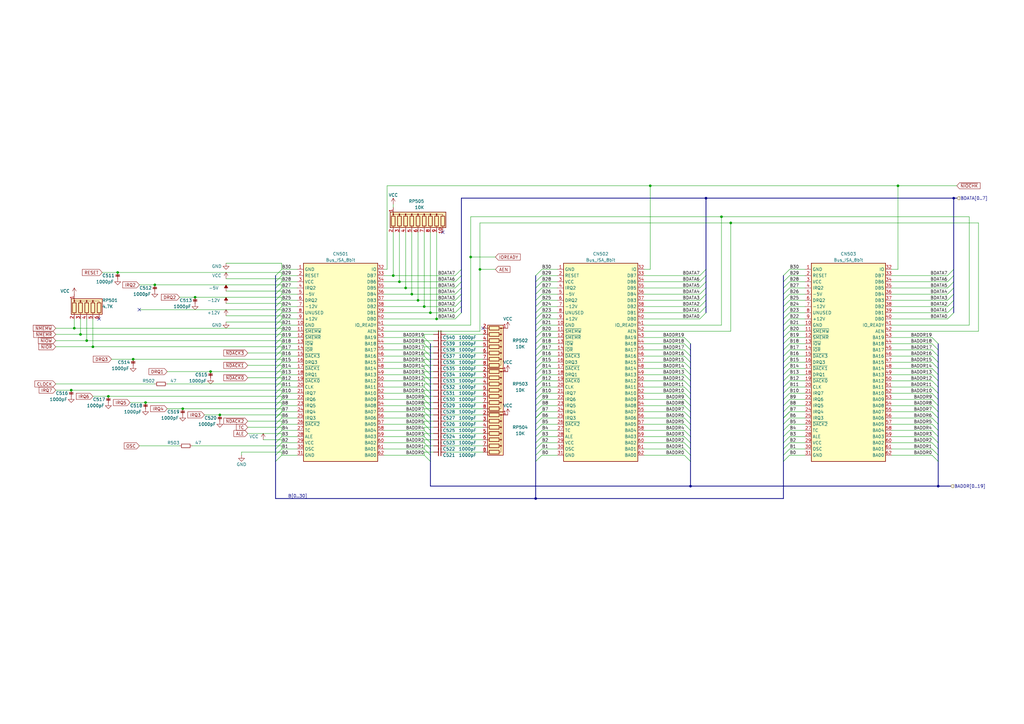
<source format=kicad_sch>
(kicad_sch (version 20230121) (generator eeschema)
  (paper "A3")
  (title_block (title "Commodore PC10/CA") (rev "C") (comment 1 "312626") (comment 2 "EXPANSION (ISA)"))
  (junction (at 368.3 76.2))
  (junction (at 179.07 130.81))
  (junction (at 266.7 76.2))
  (junction (at 29.21 160.02))
  (junction (at 59.69 165.1))
  (junction (at 38.1 142.24))
  (junction (at 196.85 110.49))
  (junction (at 161.29 113.03))
  (junction (at 54.61 147.32))
  (junction (at 295.91 88.9))
  (junction (at 44.45 162.56))
  (junction (at 166.37 118.11))
  (junction (at 48.26 111.76))
  (junction (at 173.99 125.73))
  (junction (at 86.36 152.4))
  (junction (at 163.83 115.57))
  (junction (at 80.01 121.92))
  (junction (at 171.45 123.19))
  (junction (at 33.02 137.16))
  (junction (at 391.16 81.28))
  (junction (at 176.53 128.27))
  (junction (at 30.48 134.62))
  (junction (at 74.93 167.64))
  (junction (at 219.71 204.47))
  (junction (at 90.17 170.18))
  (junction (at 384.81 199.39))
  (junction (at 289.56 81.28))
  (junction (at 35.56 139.7))
  (junction (at 193.04 105.41))
  (junction (at 63.5 116.84))
  (junction (at 168.91 120.65))
  (junction (at 283.21 199.39))
  (junction (at 299.72 91.44))
  (no_connect (at 198.12 134.62))
  (no_connect (at 181.61 95.25))
  (no_connect (at 57.15 127))
  (no_connect (at 40.64 130.81))
  (bus_entry (at 222.25 181.61) (size -2.54 2.54))
  (bus_entry (at 384.81 186.69) (size -2.54 -2.54))
  (bus_entry (at 222.25 120.65) (size -2.54 2.54))
  (bus_entry (at 384.81 161.29) (size -2.54 -2.54))
  (bus_entry (at 388.62 113.03) (size 2.54 -2.54))
  (bus_entry (at 323.85 148.59) (size -2.54 2.54))
  (bus_entry (at 115.57 163.83) (size -2.54 2.54))
  (bus_entry (at 287.02 125.73) (size 2.54 -2.54))
  (bus_entry (at 222.25 168.91) (size -2.54 2.54))
  (bus_entry (at 384.81 158.75) (size -2.54 -2.54))
  (bus_entry (at 115.57 146.05) (size -2.54 2.54))
  (bus_entry (at 388.62 120.65) (size 2.54 -2.54))
  (bus_entry (at 283.21 146.05) (size -2.54 -2.54))
  (bus_entry (at 176.53 140.97) (size -2.54 -2.54))
  (bus_entry (at 323.85 176.53) (size -2.54 2.54))
  (bus_entry (at 323.85 168.91) (size -2.54 2.54))
  (bus_entry (at 115.57 186.69) (size -2.54 2.54))
  (bus_entry (at 186.69 115.57) (size 2.54 -2.54))
  (bus_entry (at 323.85 110.49) (size -2.54 2.54))
  (bus_entry (at 222.25 146.05) (size -2.54 2.54))
  (bus_entry (at 222.25 163.83) (size -2.54 2.54))
  (bus_entry (at 283.21 184.15) (size -2.54 -2.54))
  (bus_entry (at 186.69 118.11) (size 2.54 -2.54))
  (bus_entry (at 186.69 130.81) (size 2.54 -2.54))
  (bus_entry (at 287.02 115.57) (size 2.54 -2.54))
  (bus_entry (at 115.57 148.59) (size -2.54 2.54))
  (bus_entry (at 115.57 143.51) (size -2.54 2.54))
  (bus_entry (at 283.21 173.99) (size -2.54 -2.54))
  (bus_entry (at 283.21 140.97) (size -2.54 -2.54))
  (bus_entry (at 323.85 130.81) (size -2.54 2.54))
  (bus_entry (at 384.81 181.61) (size -2.54 -2.54))
  (bus_entry (at 323.85 133.35) (size -2.54 2.54))
  (bus_entry (at 323.85 146.05) (size -2.54 2.54))
  (bus_entry (at 176.53 168.91) (size -2.54 -2.54))
  (bus_entry (at 222.25 153.67) (size -2.54 2.54))
  (bus_entry (at 176.53 161.29) (size -2.54 -2.54))
  (bus_entry (at 222.25 123.19) (size -2.54 2.54))
  (bus_entry (at 323.85 123.19) (size -2.54 2.54))
  (bus_entry (at 287.02 130.81) (size 2.54 -2.54))
  (bus_entry (at 323.85 161.29) (size -2.54 2.54))
  (bus_entry (at 115.57 179.07) (size -2.54 2.54))
  (bus_entry (at 222.25 128.27) (size -2.54 2.54))
  (bus_entry (at 283.21 143.51) (size -2.54 -2.54))
  (bus_entry (at 384.81 166.37) (size -2.54 -2.54))
  (bus_entry (at 115.57 113.03) (size -2.54 2.54))
  (bus_entry (at 115.57 115.57) (size -2.54 2.54))
  (bus_entry (at 384.81 156.21) (size -2.54 -2.54))
  (bus_entry (at 287.02 113.03) (size 2.54 -2.54))
  (bus_entry (at 115.57 166.37) (size -2.54 2.54))
  (bus_entry (at 115.57 161.29) (size -2.54 2.54))
  (bus_entry (at 186.69 120.65) (size 2.54 -2.54))
  (bus_entry (at 115.57 138.43) (size -2.54 2.54))
  (bus_entry (at 222.25 171.45) (size -2.54 2.54))
  (bus_entry (at 115.57 184.15) (size -2.54 2.54))
  (bus_entry (at 283.21 161.29) (size -2.54 -2.54))
  (bus_entry (at 115.57 118.11) (size -2.54 2.54))
  (bus_entry (at 222.25 151.13) (size -2.54 2.54))
  (bus_entry (at 115.57 173.99) (size -2.54 2.54))
  (bus_entry (at 323.85 186.69) (size -2.54 2.54))
  (bus_entry (at 323.85 113.03) (size -2.54 2.54))
  (bus_entry (at 222.25 176.53) (size -2.54 2.54))
  (bus_entry (at 283.21 179.07) (size -2.54 -2.54))
  (bus_entry (at 323.85 135.89) (size -2.54 2.54))
  (bus_entry (at 384.81 189.23) (size -2.54 -2.54))
  (bus_entry (at 222.25 184.15) (size -2.54 2.54))
  (bus_entry (at 283.21 176.53) (size -2.54 -2.54))
  (bus_entry (at 115.57 181.61) (size -2.54 2.54))
  (bus_entry (at 222.25 166.37) (size -2.54 2.54))
  (bus_entry (at 323.85 153.67) (size -2.54 2.54))
  (bus_entry (at 115.57 125.73) (size -2.54 2.54))
  (bus_entry (at 176.53 148.59) (size -2.54 -2.54))
  (bus_entry (at 115.57 128.27) (size -2.54 2.54))
  (bus_entry (at 176.53 181.61) (size -2.54 -2.54))
  (bus_entry (at 283.21 153.67) (size -2.54 -2.54))
  (bus_entry (at 384.81 176.53) (size -2.54 -2.54))
  (bus_entry (at 115.57 156.21) (size -2.54 2.54))
  (bus_entry (at 283.21 156.21) (size -2.54 -2.54))
  (bus_entry (at 323.85 128.27) (size -2.54 2.54))
  (bus_entry (at 388.62 118.11) (size 2.54 -2.54))
  (bus_entry (at 176.53 189.23) (size -2.54 -2.54))
  (bus_entry (at 115.57 168.91) (size -2.54 2.54))
  (bus_entry (at 283.21 181.61) (size -2.54 -2.54))
  (bus_entry (at 388.62 130.81) (size 2.54 -2.54))
  (bus_entry (at 287.02 120.65) (size 2.54 -2.54))
  (bus_entry (at 115.57 171.45) (size -2.54 2.54))
  (bus_entry (at 222.25 138.43) (size -2.54 2.54))
  (bus_entry (at 115.57 123.19) (size -2.54 2.54))
  (bus_entry (at 283.21 166.37) (size -2.54 -2.54))
  (bus_entry (at 222.25 113.03) (size -2.54 2.54))
  (bus_entry (at 388.62 125.73) (size 2.54 -2.54))
  (bus_entry (at 222.25 135.89) (size -2.54 2.54))
  (bus_entry (at 323.85 115.57) (size -2.54 2.54))
  (bus_entry (at 323.85 140.97) (size -2.54 2.54))
  (bus_entry (at 283.21 151.13) (size -2.54 -2.54))
  (bus_entry (at 283.21 186.69) (size -2.54 -2.54))
  (bus_entry (at 222.25 186.69) (size -2.54 2.54))
  (bus_entry (at 115.57 158.75) (size -2.54 2.54))
  (bus_entry (at 176.53 173.99) (size -2.54 -2.54))
  (bus_entry (at 222.25 161.29) (size -2.54 2.54))
  (bus_entry (at 222.25 179.07) (size -2.54 2.54))
  (bus_entry (at 384.81 146.05) (size -2.54 -2.54))
  (bus_entry (at 323.85 171.45) (size -2.54 2.54))
  (bus_entry (at 115.57 110.49) (size -2.54 2.54))
  (bus_entry (at 176.53 166.37) (size -2.54 -2.54))
  (bus_entry (at 176.53 156.21) (size -2.54 -2.54))
  (bus_entry (at 323.85 156.21) (size -2.54 2.54))
  (bus_entry (at 222.25 168.91) (size -2.54 2.54))
  (bus_entry (at 176.53 163.83) (size -2.54 -2.54))
  (bus_entry (at 115.57 130.81) (size -2.54 2.54))
  (bus_entry (at 323.85 143.51) (size -2.54 2.54))
  (bus_entry (at 115.57 133.35) (size -2.54 2.54))
  (bus_entry (at 115.57 135.89) (size -2.54 2.54))
  (bus_entry (at 176.53 153.67) (size -2.54 -2.54))
  (bus_entry (at 186.69 128.27) (size 2.54 -2.54))
  (bus_entry (at 323.85 120.65) (size -2.54 2.54))
  (bus_entry (at 323.85 138.43) (size -2.54 2.54))
  (bus_entry (at 384.81 153.67) (size -2.54 -2.54))
  (bus_entry (at 388.62 115.57) (size 2.54 -2.54))
  (bus_entry (at 115.57 140.97) (size -2.54 2.54))
  (bus_entry (at 323.85 184.15) (size -2.54 2.54))
  (bus_entry (at 323.85 151.13) (size -2.54 2.54))
  (bus_entry (at 176.53 176.53) (size -2.54 -2.54))
  (bus_entry (at 222.25 156.21) (size -2.54 2.54))
  (bus_entry (at 287.02 123.19) (size 2.54 -2.54))
  (bus_entry (at 384.81 173.99) (size -2.54 -2.54))
  (bus_entry (at 283.21 163.83) (size -2.54 -2.54))
  (bus_entry (at 384.81 168.91) (size -2.54 -2.54))
  (bus_entry (at 388.62 128.27) (size 2.54 -2.54))
  (bus_entry (at 222.25 143.51) (size -2.54 2.54))
  (bus_entry (at 176.53 171.45) (size -2.54 -2.54))
  (bus_entry (at 176.53 184.15) (size -2.54 -2.54))
  (bus_entry (at 222.25 118.11) (size -2.54 2.54))
  (bus_entry (at 222.25 173.99) (size -2.54 2.54))
  (bus_entry (at 186.69 123.19) (size 2.54 -2.54))
  (bus_entry (at 283.21 168.91) (size -2.54 -2.54))
  (bus_entry (at 176.53 143.51) (size -2.54 -2.54))
  (bus_entry (at 176.53 146.05) (size -2.54 -2.54))
  (bus_entry (at 222.25 140.97) (size -2.54 2.54))
  (bus_entry (at 323.85 163.83) (size -2.54 2.54))
  (bus_entry (at 222.25 115.57) (size -2.54 2.54))
  (bus_entry (at 176.53 158.75) (size -2.54 -2.54))
  (bus_entry (at 384.81 184.15) (size -2.54 -2.54))
  (bus_entry (at 222.25 110.49) (size -2.54 2.54))
  (bus_entry (at 115.57 168.91) (size -2.54 2.54))
  (bus_entry (at 287.02 128.27) (size 2.54 -2.54))
  (bus_entry (at 283.21 189.23) (size -2.54 -2.54))
  (bus_entry (at 384.81 179.07) (size -2.54 -2.54))
  (bus_entry (at 222.25 130.81) (size -2.54 2.54))
  (bus_entry (at 222.25 158.75) (size -2.54 2.54))
  (bus_entry (at 176.53 151.13) (size -2.54 -2.54))
  (bus_entry (at 176.53 186.69) (size -2.54 -2.54))
  (bus_entry (at 323.85 125.73) (size -2.54 2.54))
  (bus_entry (at 388.62 123.19) (size 2.54 -2.54))
  (bus_entry (at 283.21 158.75) (size -2.54 -2.54))
  (bus_entry (at 176.53 179.07) (size -2.54 -2.54))
  (bus_entry (at 222.25 148.59) (size -2.54 2.54))
  (bus_entry (at 115.57 176.53) (size -2.54 2.54))
  (bus_entry (at 384.81 163.83) (size -2.54 -2.54))
  (bus_entry (at 323.85 118.11) (size -2.54 2.54))
  (bus_entry (at 186.69 113.03) (size 2.54 -2.54))
  (bus_entry (at 186.69 125.73) (size 2.54 -2.54))
  (bus_entry (at 323.85 158.75) (size -2.54 2.54))
  (bus_entry (at 384.81 151.13) (size -2.54 -2.54))
  (bus_entry (at 384.81 140.97) (size -2.54 -2.54))
  (bus_entry (at 384.81 148.59) (size -2.54 -2.54))
  (bus_entry (at 115.57 120.65) (size -2.54 2.54))
  (bus_entry (at 283.21 148.59) (size -2.54 -2.54))
  (bus_entry (at 283.21 171.45) (size -2.54 -2.54))
  (bus_entry (at 323.85 168.91) (size -2.54 2.54))
  (bus_entry (at 323.85 173.99) (size -2.54 2.54))
  (bus_entry (at 115.57 151.13) (size -2.54 2.54))
  (bus_entry (at 323.85 181.61) (size -2.54 2.54))
  (bus_entry (at 222.25 133.35) (size -2.54 2.54))
  (bus_entry (at 323.85 166.37) (size -2.54 2.54))
  (bus_entry (at 287.02 118.11) (size 2.54 -2.54))
  (bus_entry (at 384.81 171.45) (size -2.54 -2.54))
  (bus_entry (at 323.85 179.07) (size -2.54 2.54))
  (bus_entry (at 384.81 143.51) (size -2.54 -2.54))
  (bus_entry (at 115.57 153.67) (size -2.54 2.54))
  (bus_entry (at 222.25 125.73) (size -2.54 2.54))
  (wire (pts (xy 157.48 171.45) (xy 173.99 171.45)))
  (wire (pts (xy 115.57 132.08) (xy 115.57 133.35)))
  (bus (pts (xy 189.23 120.65) (xy 189.23 118.11)))
  (wire (pts (xy 222.25 171.45) (xy 228.6 171.45)))
  (bus (pts (xy 283.21 173.99) (xy 283.21 176.53)))
  (bus (pts (xy 113.03 148.59) (xy 113.03 151.13)))
  (wire (pts (xy 365.76 115.57) (xy 388.62 115.57)))
  (bus (pts (xy 176.53 179.07) (xy 176.53 181.61)))
  (bus (pts (xy 391.16 123.19) (xy 391.16 120.65)))
  (wire (pts (xy 41.91 111.76) (xy 48.26 111.76)))
  (wire (pts (xy 173.99 152.4) (xy 177.8 152.4)))
  (bus (pts (xy 113.03 140.97) (xy 113.03 143.51)))
  (wire (pts (xy 222.25 133.35) (xy 228.6 133.35)))
  (bus (pts (xy 219.71 176.53) (xy 219.71 179.07)))
  (bus (pts (xy 219.71 184.15) (xy 219.71 186.69)))
  (wire (pts (xy 115.57 128.27) (xy 121.92 128.27)))
  (wire (pts (xy 182.88 149.86) (xy 198.12 149.86)))
  (bus (pts (xy 321.31 186.69) (xy 321.31 189.23)))
  (wire (pts (xy 365.76 110.49) (xy 368.3 110.49)))
  (bus (pts (xy 219.71 204.47) (xy 321.31 204.47)))
  (wire (pts (xy 323.85 110.49) (xy 330.2 110.49)))
  (bus (pts (xy 176.53 153.67) (xy 176.53 156.21)))
  (bus (pts (xy 219.71 135.89) (xy 219.71 138.43)))
  (bus (pts (xy 384.81 156.21) (xy 384.81 158.75)))
  (wire (pts (xy 266.7 76.2) (xy 368.3 76.2)))
  (bus (pts (xy 384.81 148.59) (xy 384.81 151.13)))
  (bus (pts (xy 113.03 135.89) (xy 113.03 138.43)))
  (wire (pts (xy 22.86 134.62) (xy 30.48 134.62)))
  (bus (pts (xy 113.03 133.35) (xy 113.03 135.89)))
  (wire (pts (xy 157.48 123.19) (xy 171.45 123.19)))
  (bus (pts (xy 384.81 171.45) (xy 384.81 173.99)))
  (wire (pts (xy 173.99 146.05) (xy 173.99 144.78)))
  (bus (pts (xy 321.31 140.97) (xy 321.31 143.51)))
  (wire (pts (xy 368.3 76.2) (xy 392.43 76.2)))
  (wire (pts (xy 115.57 144.78) (xy 115.57 146.05)))
  (bus (pts (xy 113.03 123.19) (xy 113.03 125.73)))
  (bus (pts (xy 321.31 171.45) (xy 321.31 173.99)))
  (wire (pts (xy 266.7 110.49) (xy 266.7 76.2)))
  (bus (pts (xy 283.21 161.29) (xy 283.21 163.83)))
  (bus (pts (xy 189.23 125.73) (xy 189.23 123.19)))
  (bus (pts (xy 321.31 118.11) (xy 321.31 120.65)))
  (wire (pts (xy 323.85 118.11) (xy 330.2 118.11)))
  (wire (pts (xy 92.71 107.95) (xy 115.57 107.95)))
  (bus (pts (xy 219.71 181.61) (xy 219.71 184.15)))
  (bus (pts (xy 113.03 204.47) (xy 219.71 204.47)))
  (wire (pts (xy 264.16 140.97) (xy 280.67 140.97)))
  (bus (pts (xy 113.03 173.99) (xy 113.03 176.53)))
  (wire (pts (xy 264.16 120.65) (xy 287.02 120.65)))
  (bus (pts (xy 113.03 151.13) (xy 113.03 153.67)))
  (wire (pts (xy 115.57 127) (xy 115.57 128.27)))
  (wire (pts (xy 299.72 135.89) (xy 299.72 91.44)))
  (wire (pts (xy 182.88 160.02) (xy 198.12 160.02)))
  (wire (pts (xy 115.57 125.73) (xy 121.92 125.73)))
  (wire (pts (xy 157.48 118.11) (xy 166.37 118.11)))
  (wire (pts (xy 157.48 173.99) (xy 173.99 173.99)))
  (wire (pts (xy 157.48 156.21) (xy 173.99 156.21)))
  (wire (pts (xy 107.95 180.34) (xy 115.57 180.34)))
  (wire (pts (xy 115.57 161.29) (xy 121.92 161.29)))
  (wire (pts (xy 171.45 95.25) (xy 171.45 123.19)))
  (wire (pts (xy 173.99 156.21) (xy 173.99 154.94)))
  (bus (pts (xy 219.71 128.27) (xy 219.71 130.81)))
  (wire (pts (xy 54.61 147.32) (xy 115.57 147.32)))
  (wire (pts (xy 115.57 123.19) (xy 121.92 123.19)))
  (wire (pts (xy 365.76 128.27) (xy 388.62 128.27)))
  (wire (pts (xy 115.57 115.57) (xy 121.92 115.57)))
  (wire (pts (xy 101.6 144.78) (xy 115.57 144.78)))
  (bus (pts (xy 283.21 146.05) (xy 283.21 148.59)))
  (bus (pts (xy 289.56 81.28) (xy 289.56 110.49)))
  (wire (pts (xy 264.16 130.81) (xy 287.02 130.81)))
  (wire (pts (xy 323.85 184.15) (xy 330.2 184.15)))
  (wire (pts (xy 323.85 133.35) (xy 330.2 133.35)))
  (wire (pts (xy 264.16 135.89) (xy 299.72 135.89)))
  (bus (pts (xy 113.03 146.05) (xy 113.03 148.59)))
  (wire (pts (xy 196.85 110.49) (xy 203.2 110.49)))
  (wire (pts (xy 101.6 177.8) (xy 115.57 177.8)))
  (wire (pts (xy 173.99 165.1) (xy 177.8 165.1)))
  (wire (pts (xy 115.57 110.49) (xy 121.92 110.49)))
  (wire (pts (xy 264.16 171.45) (xy 280.67 171.45)))
  (wire (pts (xy 323.85 123.19) (xy 330.2 123.19)))
  (bus (pts (xy 283.21 163.83) (xy 283.21 166.37)))
  (wire (pts (xy 264.16 118.11) (xy 287.02 118.11)))
  (wire (pts (xy 168.91 120.65) (xy 186.69 120.65)))
  (wire (pts (xy 173.99 144.78) (xy 177.8 144.78)))
  (bus (pts (xy 113.03 143.51) (xy 113.03 146.05)))
  (bus (pts (xy 176.53 186.69) (xy 176.53 189.23)))
  (wire (pts (xy 365.76 176.53) (xy 382.27 176.53)))
  (wire (pts (xy 115.57 119.38) (xy 115.57 120.65)))
  (bus (pts (xy 321.31 184.15) (xy 321.31 186.69)))
  (bus (pts (xy 176.53 161.29) (xy 176.53 163.83)))
  (bus (pts (xy 189.23 118.11) (xy 189.23 115.57)))
  (wire (pts (xy 173.99 170.18) (xy 177.8 170.18)))
  (wire (pts (xy 157.48 166.37) (xy 173.99 166.37)))
  (bus (pts (xy 219.71 173.99) (xy 219.71 176.53)))
  (bus (pts (xy 219.71 113.03) (xy 219.71 115.57)))
  (wire (pts (xy 222.25 153.67) (xy 228.6 153.67)))
  (wire (pts (xy 59.69 165.1) (xy 115.57 165.1)))
  (wire (pts (xy 38.1 130.81) (xy 38.1 142.24)))
  (wire (pts (xy 182.88 182.88) (xy 198.12 182.88)))
  (wire (pts (xy 173.99 162.56) (xy 177.8 162.56)))
  (bus (pts (xy 219.71 186.69) (xy 219.71 189.23)))
  (wire (pts (xy 30.48 130.81) (xy 30.48 134.62)))
  (wire (pts (xy 53.34 165.1) (xy 59.69 165.1)))
  (wire (pts (xy 182.88 139.7) (xy 198.12 139.7)))
  (bus (pts (xy 392.43 81.28) (xy 391.16 81.28)))
  (wire (pts (xy 323.85 158.75) (xy 330.2 158.75)))
  (wire (pts (xy 101.6 149.86) (xy 115.57 149.86)))
  (wire (pts (xy 222.25 135.89) (xy 228.6 135.89)))
  (wire (pts (xy 222.25 140.97) (xy 228.6 140.97)))
  (wire (pts (xy 365.76 138.43) (xy 382.27 138.43)))
  (wire (pts (xy 92.71 129.54) (xy 115.57 129.54)))
  (wire (pts (xy 397.51 88.9) (xy 397.51 133.35)))
  (wire (pts (xy 157.48 153.67) (xy 173.99 153.67)))
  (wire (pts (xy 222.25 143.51) (xy 228.6 143.51)))
  (wire (pts (xy 157.48 146.05) (xy 173.99 146.05)))
  (bus (pts (xy 384.81 146.05) (xy 384.81 148.59)))
  (bus (pts (xy 219.71 179.07) (xy 219.71 181.61)))
  (bus (pts (xy 391.16 128.27) (xy 391.16 125.73)))
  (bus (pts (xy 189.23 81.28) (xy 189.23 110.49)))
  (wire (pts (xy 115.57 157.48) (xy 115.57 158.75)))
  (wire (pts (xy 323.85 186.69) (xy 330.2 186.69)))
  (wire (pts (xy 222.25 115.57) (xy 228.6 115.57)))
  (wire (pts (xy 48.26 111.76) (xy 115.57 111.76)))
  (wire (pts (xy 323.85 161.29) (xy 330.2 161.29)))
  (bus (pts (xy 176.53 168.91) (xy 176.53 171.45)))
  (wire (pts (xy 157.48 135.89) (xy 196.85 135.89)))
  (bus (pts (xy 219.71 161.29) (xy 219.71 163.83)))
  (wire (pts (xy 33.02 137.16) (xy 115.57 137.16)))
  (wire (pts (xy 365.76 130.81) (xy 388.62 130.81)))
  (wire (pts (xy 264.16 158.75) (xy 280.67 158.75)))
  (wire (pts (xy 173.99 161.29) (xy 173.99 160.02)))
  (wire (pts (xy 115.57 135.89) (xy 121.92 135.89)))
  (bus (pts (xy 321.31 115.57) (xy 321.31 118.11)))
  (wire (pts (xy 30.48 134.62) (xy 115.57 134.62)))
  (bus (pts (xy 321.31 148.59) (xy 321.31 151.13)))
  (bus (pts (xy 176.53 184.15) (xy 176.53 186.69)))
  (wire (pts (xy 173.99 139.7) (xy 177.8 139.7)))
  (wire (pts (xy 365.76 184.15) (xy 382.27 184.15)))
  (bus (pts (xy 384.81 158.75) (xy 384.81 161.29)))
  (bus (pts (xy 219.71 189.23) (xy 219.71 204.47)))
  (wire (pts (xy 57.15 116.84) (xy 63.5 116.84)))
  (wire (pts (xy 365.76 125.73) (xy 388.62 125.73)))
  (wire (pts (xy 63.5 116.84) (xy 115.57 116.84)))
  (bus (pts (xy 384.81 181.61) (xy 384.81 184.15)))
  (wire (pts (xy 115.57 173.99) (xy 121.92 173.99)))
  (wire (pts (xy 323.85 148.59) (xy 330.2 148.59)))
  (wire (pts (xy 35.56 130.81) (xy 35.56 139.7)))
  (wire (pts (xy 173.99 137.16) (xy 177.8 137.16)))
  (bus (pts (xy 283.21 181.61) (xy 283.21 184.15)))
  (wire (pts (xy 397.51 133.35) (xy 365.76 133.35)))
  (wire (pts (xy 173.99 176.53) (xy 173.99 175.26)))
  (bus (pts (xy 321.31 123.19) (xy 321.31 125.73)))
  (bus (pts (xy 384.81 176.53) (xy 384.81 179.07)))
  (wire (pts (xy 323.85 135.89) (xy 330.2 135.89)))
  (wire (pts (xy 173.99 154.94) (xy 177.8 154.94)))
  (wire (pts (xy 323.85 125.73) (xy 330.2 125.73)))
  (wire (pts (xy 179.07 95.25) (xy 179.07 130.81)))
  (wire (pts (xy 264.16 113.03) (xy 287.02 113.03)))
  (wire (pts (xy 222.25 168.91) (xy 228.6 168.91)))
  (bus (pts (xy 321.31 179.07) (xy 321.31 181.61)))
  (bus (pts (xy 113.03 163.83) (xy 113.03 166.37)))
  (wire (pts (xy 264.16 143.51) (xy 280.67 143.51)))
  (wire (pts (xy 157.48 186.69) (xy 173.99 186.69)))
  (bus (pts (xy 384.81 173.99) (xy 384.81 176.53)))
  (bus (pts (xy 176.53 148.59) (xy 176.53 151.13)))
  (bus (pts (xy 219.71 158.75) (xy 219.71 161.29)))
  (wire (pts (xy 35.56 139.7) (xy 115.57 139.7)))
  (wire (pts (xy 83.82 170.18) (xy 90.17 170.18)))
  (wire (pts (xy 182.88 185.42) (xy 198.12 185.42)))
  (bus (pts (xy 321.31 173.99) (xy 321.31 176.53)))
  (bus (pts (xy 189.23 110.49) (xy 189.23 113.03)))
  (wire (pts (xy 157.48 179.07) (xy 173.99 179.07)))
  (bus (pts (xy 113.03 189.23) (xy 113.03 204.47)))
  (wire (pts (xy 92.71 114.3) (xy 115.57 114.3)))
  (bus (pts (xy 289.56 118.11) (xy 289.56 115.57)))
  (wire (pts (xy 173.99 185.42) (xy 177.8 185.42)))
  (wire (pts (xy 323.85 163.83) (xy 330.2 163.83)))
  (wire (pts (xy 115.57 179.07) (xy 121.92 179.07)))
  (wire (pts (xy 115.57 154.94) (xy 115.57 156.21)))
  (wire (pts (xy 368.3 110.49) (xy 368.3 76.2)))
  (bus (pts (xy 321.31 146.05) (xy 321.31 148.59)))
  (bus (pts (xy 219.71 143.51) (xy 219.71 146.05)))
  (bus (pts (xy 219.71 148.59) (xy 219.71 151.13)))
  (wire (pts (xy 115.57 151.13) (xy 121.92 151.13)))
  (wire (pts (xy 157.48 158.75) (xy 173.99 158.75)))
  (wire (pts (xy 157.48 130.81) (xy 179.07 130.81)))
  (wire (pts (xy 264.16 146.05) (xy 280.67 146.05)))
  (bus (pts (xy 391.16 81.28) (xy 289.56 81.28)))
  (wire (pts (xy 264.16 184.15) (xy 280.67 184.15)))
  (bus (pts (xy 384.81 151.13) (xy 384.81 153.67)))
  (wire (pts (xy 115.57 163.83) (xy 121.92 163.83)))
  (bus (pts (xy 384.81 161.29) (xy 384.81 163.83)))
  (bus (pts (xy 384.81 186.69) (xy 384.81 189.23)))
  (wire (pts (xy 176.53 95.25) (xy 176.53 128.27)))
  (wire (pts (xy 99.06 185.42) (xy 99.06 186.69)))
  (wire (pts (xy 157.48 125.73) (xy 173.99 125.73)))
  (wire (pts (xy 182.88 175.26) (xy 198.12 175.26)))
  (wire (pts (xy 171.45 123.19) (xy 186.69 123.19)))
  (bus (pts (xy 384.81 199.39) (xy 389.89 199.39)))
  (wire (pts (xy 323.85 130.81) (xy 330.2 130.81)))
  (bus (pts (xy 289.56 125.73) (xy 289.56 123.19)))
  (wire (pts (xy 323.85 168.91) (xy 330.2 168.91)))
  (wire (pts (xy 222.25 138.43) (xy 228.6 138.43)))
  (wire (pts (xy 222.25 161.29) (xy 228.6 161.29)))
  (bus (pts (xy 113.03 120.65) (xy 113.03 123.19)))
  (bus (pts (xy 321.31 153.67) (xy 321.31 156.21)))
  (wire (pts (xy 401.32 135.89) (xy 365.76 135.89)))
  (wire (pts (xy 323.85 143.51) (xy 330.2 143.51)))
  (wire (pts (xy 173.99 173.99) (xy 173.99 172.72)))
  (bus (pts (xy 219.71 125.73) (xy 219.71 128.27)))
  (bus (pts (xy 219.71 123.19) (xy 219.71 125.73)))
  (wire (pts (xy 57.15 182.88) (xy 73.66 182.88)))
  (wire (pts (xy 22.86 139.7) (xy 35.56 139.7)))
  (wire (pts (xy 68.58 167.64) (xy 74.93 167.64)))
  (bus (pts (xy 321.31 128.27) (xy 321.31 130.81)))
  (bus (pts (xy 321.31 156.21) (xy 321.31 158.75)))
  (bus (pts (xy 283.21 166.37) (xy 283.21 168.91)))
  (bus (pts (xy 219.71 138.43) (xy 219.71 140.97)))
  (wire (pts (xy 365.76 158.75) (xy 382.27 158.75)))
  (wire (pts (xy 365.76 113.03) (xy 388.62 113.03)))
  (wire (pts (xy 161.29 113.03) (xy 186.69 113.03)))
  (wire (pts (xy 323.85 140.97) (xy 330.2 140.97)))
  (wire (pts (xy 173.99 180.34) (xy 177.8 180.34)))
  (wire (pts (xy 193.04 105.41) (xy 203.2 105.41)))
  (wire (pts (xy 161.29 95.25) (xy 161.29 113.03)))
  (wire (pts (xy 115.57 184.15) (xy 121.92 184.15)))
  (wire (pts (xy 182.88 144.78) (xy 198.12 144.78)))
  (bus (pts (xy 384.81 179.07) (xy 384.81 181.61)))
  (wire (pts (xy 323.85 173.99) (xy 330.2 173.99)))
  (wire (pts (xy 323.85 171.45) (xy 330.2 171.45)))
  (bus (pts (xy 176.53 140.97) (xy 176.53 143.51)))
  (wire (pts (xy 45.72 147.32) (xy 54.61 147.32)))
  (wire (pts (xy 173.99 158.75) (xy 173.99 157.48)))
  (bus (pts (xy 289.56 123.19) (xy 289.56 120.65)))
  (bus (pts (xy 384.81 153.67) (xy 384.81 156.21)))
  (wire (pts (xy 166.37 95.25) (xy 166.37 118.11)))
  (bus (pts (xy 321.31 135.89) (xy 321.31 138.43)))
  (bus (pts (xy 321.31 113.03) (xy 321.31 115.57)))
  (wire (pts (xy 222.25 179.07) (xy 228.6 179.07)))
  (wire (pts (xy 115.57 118.11) (xy 121.92 118.11)))
  (bus (pts (xy 189.23 123.19) (xy 189.23 120.65)))
  (bus (pts (xy 321.31 120.65) (xy 321.31 123.19)))
  (bus (pts (xy 283.21 171.45) (xy 283.21 173.99)))
  (wire (pts (xy 115.57 139.7) (xy 115.57 140.97)))
  (wire (pts (xy 323.85 146.05) (xy 330.2 146.05)))
  (wire (pts (xy 115.57 158.75) (xy 121.92 158.75)))
  (wire (pts (xy 193.04 133.35) (xy 193.04 105.41)))
  (bus (pts (xy 113.03 181.61) (xy 113.03 184.15)))
  (wire (pts (xy 323.85 128.27) (xy 330.2 128.27)))
  (bus (pts (xy 391.16 115.57) (xy 391.16 113.03)))
  (bus (pts (xy 321.31 138.43) (xy 321.31 140.97)))
  (wire (pts (xy 173.99 95.25) (xy 173.99 125.73)))
  (wire (pts (xy 101.6 172.72) (xy 115.57 172.72)))
  (wire (pts (xy 22.86 142.24) (xy 38.1 142.24)))
  (bus (pts (xy 219.71 151.13) (xy 219.71 153.67)))
  (wire (pts (xy 115.57 156.21) (xy 121.92 156.21)))
  (wire (pts (xy 157.48 151.13) (xy 173.99 151.13)))
  (wire (pts (xy 115.57 175.26) (xy 115.57 176.53)))
  (bus (pts (xy 321.31 130.81) (xy 321.31 133.35)))
  (bus (pts (xy 189.23 115.57) (xy 189.23 113.03)))
  (wire (pts (xy 182.88 170.18) (xy 198.12 170.18)))
  (bus (pts (xy 321.31 163.83) (xy 321.31 166.37)))
  (wire (pts (xy 323.85 153.67) (xy 330.2 153.67)))
  (wire (pts (xy 115.57 166.37) (xy 121.92 166.37)))
  (wire (pts (xy 157.48 143.51) (xy 173.99 143.51)))
  (wire (pts (xy 173.99 151.13) (xy 173.99 149.86)))
  (bus (pts (xy 289.56 81.28) (xy 189.23 81.28)))
  (wire (pts (xy 264.16 151.13) (xy 280.67 151.13)))
  (bus (pts (xy 176.53 146.05) (xy 176.53 148.59)))
  (wire (pts (xy 264.16 179.07) (xy 280.67 179.07)))
  (wire (pts (xy 115.57 167.64) (xy 115.57 168.91)))
  (wire (pts (xy 323.85 176.53) (xy 330.2 176.53)))
  (wire (pts (xy 173.99 167.64) (xy 177.8 167.64)))
  (bus (pts (xy 283.21 199.39) (xy 384.81 199.39)))
  (wire (pts (xy 182.88 165.1) (xy 198.12 165.1)))
  (wire (pts (xy 365.76 153.67) (xy 382.27 153.67)))
  (wire (pts (xy 365.76 123.19) (xy 388.62 123.19)))
  (wire (pts (xy 182.88 162.56) (xy 198.12 162.56)))
  (wire (pts (xy 299.72 91.44) (xy 401.32 91.44)))
  (wire (pts (xy 222.25 120.65) (xy 228.6 120.65)))
  (wire (pts (xy 222.25 130.81) (xy 228.6 130.81)))
  (wire (pts (xy 115.57 134.62) (xy 115.57 135.89)))
  (wire (pts (xy 173.99 138.43) (xy 173.99 137.16)))
  (wire (pts (xy 264.16 128.27) (xy 287.02 128.27)))
  (bus (pts (xy 219.71 115.57) (xy 219.71 118.11)))
  (wire (pts (xy 115.57 140.97) (xy 121.92 140.97)))
  (bus (pts (xy 219.71 171.45) (xy 219.71 173.99)))
  (wire (pts (xy 173.99 153.67) (xy 173.99 152.4)))
  (wire (pts (xy 157.48 176.53) (xy 173.99 176.53)))
  (wire (pts (xy 68.58 157.48) (xy 115.57 157.48)))
  (bus (pts (xy 189.23 128.27) (xy 189.23 125.73)))
  (wire (pts (xy 295.91 133.35) (xy 264.16 133.35)))
  (wire (pts (xy 173.99 172.72) (xy 177.8 172.72)))
  (bus (pts (xy 384.81 163.83) (xy 384.81 166.37)))
  (wire (pts (xy 173.99 148.59) (xy 173.99 147.32)))
  (wire (pts (xy 33.02 130.81) (xy 33.02 137.16)))
  (wire (pts (xy 295.91 88.9) (xy 295.91 133.35)))
  (bus (pts (xy 176.53 163.83) (xy 176.53 166.37)))
  (wire (pts (xy 115.57 176.53) (xy 121.92 176.53)))
  (bus (pts (xy 384.81 184.15) (xy 384.81 186.69)))
  (bus (pts (xy 176.53 151.13) (xy 176.53 153.67)))
  (wire (pts (xy 158.75 76.2) (xy 266.7 76.2)))
  (wire (pts (xy 57.15 127) (xy 115.57 127)))
  (bus (pts (xy 113.03 168.91) (xy 113.03 171.45)))
  (wire (pts (xy 173.99 177.8) (xy 177.8 177.8)))
  (wire (pts (xy 365.76 140.97) (xy 382.27 140.97)))
  (wire (pts (xy 115.57 133.35) (xy 121.92 133.35)))
  (wire (pts (xy 173.99 181.61) (xy 173.99 180.34)))
  (wire (pts (xy 222.25 156.21) (xy 228.6 156.21)))
  (wire (pts (xy 401.32 91.44) (xy 401.32 135.89)))
  (wire (pts (xy 264.16 176.53) (xy 280.67 176.53)))
  (bus (pts (xy 176.53 143.51) (xy 176.53 146.05)))
  (wire (pts (xy 22.86 157.48) (xy 63.5 157.48)))
  (wire (pts (xy 196.85 110.49) (xy 196.85 91.44)))
  (wire (pts (xy 99.06 185.42) (xy 115.57 185.42)))
  (wire (pts (xy 222.25 113.03) (xy 228.6 113.03)))
  (wire (pts (xy 22.86 160.02) (xy 29.21 160.02)))
  (wire (pts (xy 115.57 130.81) (xy 121.92 130.81)))
  (wire (pts (xy 182.88 180.34) (xy 198.12 180.34)))
  (wire (pts (xy 166.37 118.11) (xy 186.69 118.11)))
  (wire (pts (xy 92.71 132.08) (xy 115.57 132.08)))
  (wire (pts (xy 173.99 186.69) (xy 173.99 185.42)))
  (wire (pts (xy 157.48 113.03) (xy 161.29 113.03)))
  (bus (pts (xy 321.31 181.61) (xy 321.31 184.15)))
  (wire (pts (xy 115.57 143.51) (xy 121.92 143.51)))
  (bus (pts (xy 321.31 189.23) (xy 321.31 204.47)))
  (bus (pts (xy 219.71 133.35) (xy 219.71 135.89)))
  (wire (pts (xy 264.16 173.99) (xy 280.67 173.99)))
  (wire (pts (xy 323.85 115.57) (xy 330.2 115.57)))
  (bus (pts (xy 113.03 113.03) (xy 113.03 115.57)))
  (bus (pts (xy 283.21 176.53) (xy 283.21 179.07)))
  (wire (pts (xy 365.76 148.59) (xy 382.27 148.59)))
  (wire (pts (xy 173.99 171.45) (xy 173.99 170.18)))
  (wire (pts (xy 173.99 147.32) (xy 177.8 147.32)))
  (bus (pts (xy 391.16 125.73) (xy 391.16 123.19)))
  (wire (pts (xy 115.57 171.45) (xy 121.92 171.45)))
  (wire (pts (xy 115.57 170.18) (xy 115.57 171.45)))
  (wire (pts (xy 115.57 149.86) (xy 115.57 151.13)))
  (bus (pts (xy 321.31 161.29) (xy 321.31 163.83)))
  (wire (pts (xy 173.99 166.37) (xy 173.99 165.1)))
  (wire (pts (xy 157.48 148.59) (xy 173.99 148.59)))
  (wire (pts (xy 168.91 95.25) (xy 168.91 120.65)))
  (bus (pts (xy 391.16 110.49) (xy 391.16 113.03)))
  (wire (pts (xy 323.85 113.03) (xy 330.2 113.03)))
  (bus (pts (xy 321.31 125.73) (xy 321.31 128.27)))
  (wire (pts (xy 222.25 166.37) (xy 228.6 166.37)))
  (wire (pts (xy 196.85 91.44) (xy 299.72 91.44)))
  (bus (pts (xy 391.16 120.65) (xy 391.16 118.11)))
  (wire (pts (xy 38.1 142.24) (xy 115.57 142.24)))
  (wire (pts (xy 115.57 172.72) (xy 115.57 173.99)))
  (bus (pts (xy 219.71 140.97) (xy 219.71 143.51)))
  (wire (pts (xy 22.86 137.16) (xy 33.02 137.16)))
  (wire (pts (xy 78.74 182.88) (xy 115.57 182.88)))
  (wire (pts (xy 365.76 181.61) (xy 382.27 181.61)))
  (wire (pts (xy 365.76 173.99) (xy 382.27 173.99)))
  (wire (pts (xy 163.83 115.57) (xy 186.69 115.57)))
  (bus (pts (xy 113.03 179.07) (xy 113.03 181.61)))
  (bus (pts (xy 113.03 128.27) (xy 113.03 130.81)))
  (bus (pts (xy 113.03 118.11) (xy 113.03 120.65)))
  (wire (pts (xy 80.01 121.92) (xy 115.57 121.92)))
  (bus (pts (xy 283.21 151.13) (xy 283.21 153.67)))
  (bus (pts (xy 176.53 181.61) (xy 176.53 184.15)))
  (wire (pts (xy 222.25 148.59) (xy 228.6 148.59)))
  (wire (pts (xy 115.57 168.91) (xy 121.92 168.91)))
  (wire (pts (xy 158.75 110.49) (xy 158.75 76.2)))
  (wire (pts (xy 157.48 133.35) (xy 193.04 133.35)))
  (wire (pts (xy 295.91 88.9) (xy 397.51 88.9)))
  (wire (pts (xy 264.16 166.37) (xy 280.67 166.37)))
  (wire (pts (xy 101.6 154.94) (xy 115.57 154.94)))
  (wire (pts (xy 323.85 151.13) (xy 330.2 151.13)))
  (bus (pts (xy 321.31 133.35) (xy 321.31 135.89)))
  (bus (pts (xy 113.03 161.29) (xy 113.03 163.83)))
  (wire (pts (xy 115.57 120.65) (xy 121.92 120.65)))
  (wire (pts (xy 163.83 95.25) (xy 163.83 115.57)))
  (bus (pts (xy 283.21 168.91) (xy 283.21 171.45)))
  (wire (pts (xy 115.57 148.59) (xy 121.92 148.59)))
  (wire (pts (xy 222.25 184.15) (xy 228.6 184.15)))
  (wire (pts (xy 264.16 115.57) (xy 287.02 115.57)))
  (wire (pts (xy 115.57 165.1) (xy 115.57 166.37)))
  (wire (pts (xy 173.99 168.91) (xy 173.99 167.64)))
  (wire (pts (xy 173.99 157.48) (xy 177.8 157.48)))
  (bus (pts (xy 384.81 140.97) (xy 384.81 143.51)))
  (wire (pts (xy 115.57 107.95) (xy 115.57 110.49)))
  (bus (pts (xy 176.53 189.23) (xy 176.53 199.39)))
  (wire (pts (xy 115.57 153.67) (xy 121.92 153.67)))
  (wire (pts (xy 173.99 163.83) (xy 173.99 162.56)))
  (wire (pts (xy 157.48 161.29) (xy 173.99 161.29)))
  (wire (pts (xy 115.57 162.56) (xy 115.57 163.83)))
  (bus (pts (xy 219.71 146.05) (xy 219.71 148.59)))
  (bus (pts (xy 113.03 186.69) (xy 113.03 189.23)))
  (bus (pts (xy 283.21 186.69) (xy 283.21 189.23)))
  (wire (pts (xy 157.48 163.83) (xy 173.99 163.83)))
  (bus (pts (xy 283.21 179.07) (xy 283.21 181.61)))
  (bus (pts (xy 321.31 176.53) (xy 321.31 179.07)))
  (wire (pts (xy 264.16 156.21) (xy 280.67 156.21)))
  (wire (pts (xy 29.21 160.02) (xy 115.57 160.02)))
  (wire (pts (xy 193.04 105.41) (xy 193.04 88.9)))
  (wire (pts (xy 222.25 151.13) (xy 228.6 151.13)))
  (bus (pts (xy 283.21 153.67) (xy 283.21 156.21)))
  (wire (pts (xy 222.25 125.73) (xy 228.6 125.73)))
  (wire (pts (xy 115.57 146.05) (xy 121.92 146.05)))
  (wire (pts (xy 157.48 138.43) (xy 173.99 138.43)))
  (wire (pts (xy 115.57 137.16) (xy 115.57 138.43)))
  (wire (pts (xy 173.99 143.51) (xy 173.99 142.24)))
  (wire (pts (xy 173.99 184.15) (xy 173.99 182.88)))
  (bus (pts (xy 384.81 143.51) (xy 384.81 146.05)))
  (wire (pts (xy 115.57 142.24) (xy 115.57 143.51)))
  (wire (pts (xy 115.57 177.8) (xy 115.57 179.07)))
  (wire (pts (xy 182.88 152.4) (xy 198.12 152.4)))
  (bus (pts (xy 219.71 166.37) (xy 219.71 168.91)))
  (bus (pts (xy 219.71 130.81) (xy 219.71 133.35)))
  (wire (pts (xy 365.76 146.05) (xy 382.27 146.05)))
  (bus (pts (xy 176.53 156.21) (xy 176.53 158.75)))
  (bus (pts (xy 113.03 125.73) (xy 113.03 128.27)))
  (bus (pts (xy 113.03 130.81) (xy 113.03 133.35)))
  (wire (pts (xy 90.17 170.18) (xy 115.57 170.18)))
  (wire (pts (xy 115.57 147.32) (xy 115.57 148.59)))
  (wire (pts (xy 157.48 110.49) (xy 158.75 110.49)))
  (wire (pts (xy 323.85 138.43) (xy 330.2 138.43)))
  (wire (pts (xy 115.57 114.3) (xy 115.57 115.57)))
  (wire (pts (xy 222.25 146.05) (xy 228.6 146.05)))
  (bus (pts (xy 219.71 120.65) (xy 219.71 123.19)))
  (wire (pts (xy 365.76 163.83) (xy 382.27 163.83)))
  (wire (pts (xy 222.25 173.99) (xy 228.6 173.99)))
  (bus (pts (xy 113.03 171.45) (xy 113.03 173.99)))
  (wire (pts (xy 173.99 149.86) (xy 177.8 149.86)))
  (wire (pts (xy 222.25 123.19) (xy 228.6 123.19)))
  (bus (pts (xy 283.21 189.23) (xy 283.21 199.39)))
  (wire (pts (xy 222.25 176.53) (xy 228.6 176.53)))
  (bus (pts (xy 113.03 153.67) (xy 113.03 156.21)))
  (bus (pts (xy 321.31 166.37) (xy 321.31 168.91)))
  (wire (pts (xy 115.57 160.02) (xy 115.57 161.29)))
  (bus (pts (xy 219.71 163.83) (xy 219.71 166.37)))
  (wire (pts (xy 101.6 175.26) (xy 115.57 175.26)))
  (wire (pts (xy 365.76 156.21) (xy 382.27 156.21)))
  (wire (pts (xy 365.76 166.37) (xy 382.27 166.37)))
  (wire (pts (xy 74.93 167.64) (xy 115.57 167.64)))
  (wire (pts (xy 182.88 167.64) (xy 198.12 167.64)))
  (wire (pts (xy 115.57 116.84) (xy 115.57 118.11)))
  (wire (pts (xy 115.57 111.76) (xy 115.57 113.03)))
  (wire (pts (xy 115.57 185.42) (xy 115.57 186.69)))
  (bus (pts (xy 283.21 140.97) (xy 283.21 143.51)))
  (bus (pts (xy 289.56 128.27) (xy 289.56 125.73)))
  (wire (pts (xy 365.76 118.11) (xy 388.62 118.11)))
  (wire (pts (xy 264.16 148.59) (xy 280.67 148.59)))
  (wire (pts (xy 179.07 130.81) (xy 186.69 130.81)))
  (bus (pts (xy 219.71 156.21) (xy 219.71 158.75)))
  (bus (pts (xy 176.53 158.75) (xy 176.53 161.29)))
  (wire (pts (xy 264.16 168.91) (xy 280.67 168.91)))
  (wire (pts (xy 44.45 162.56) (xy 115.57 162.56)))
  (bus (pts (xy 321.31 151.13) (xy 321.31 153.67)))
  (bus (pts (xy 283.21 158.75) (xy 283.21 161.29)))
  (bus (pts (xy 113.03 158.75) (xy 113.03 161.29)))
  (bus (pts (xy 113.03 166.37) (xy 113.03 168.91)))
  (wire (pts (xy 73.66 121.92) (xy 80.01 121.92)))
  (wire (pts (xy 193.04 88.9) (xy 295.91 88.9)))
  (wire (pts (xy 365.76 179.07) (xy 382.27 179.07)))
  (wire (pts (xy 182.88 157.48) (xy 198.12 157.48)))
  (bus (pts (xy 289.56 110.49) (xy 289.56 113.03)))
  (wire (pts (xy 323.85 120.65) (xy 330.2 120.65)))
  (bus (pts (xy 219.71 118.11) (xy 219.71 120.65)))
  (bus (pts (xy 113.03 184.15) (xy 113.03 186.69)))
  (wire (pts (xy 157.48 140.97) (xy 173.99 140.97)))
  (wire (pts (xy 196.85 135.89) (xy 196.85 110.49)))
  (wire (pts (xy 264.16 163.83) (xy 280.67 163.83)))
  (wire (pts (xy 115.57 181.61) (xy 121.92 181.61)))
  (wire (pts (xy 157.48 115.57) (xy 163.83 115.57)))
  (wire (pts (xy 157.48 120.65) (xy 168.91 120.65)))
  (bus (pts (xy 219.71 168.91) (xy 219.71 171.45)))
  (wire (pts (xy 365.76 161.29) (xy 382.27 161.29)))
  (wire (pts (xy 323.85 179.07) (xy 330.2 179.07)))
  (bus (pts (xy 113.03 176.53) (xy 113.03 179.07)))
  (bus (pts (xy 321.31 143.51) (xy 321.31 146.05)))
  (wire (pts (xy 115.57 121.92) (xy 115.57 123.19)))
  (bus (pts (xy 283.21 143.51) (xy 283.21 146.05)))
  (bus (pts (xy 384.81 166.37) (xy 384.81 168.91)))
  (wire (pts (xy 323.85 181.61) (xy 330.2 181.61)))
  (bus (pts (xy 176.53 166.37) (xy 176.53 168.91)))
  (bus (pts (xy 283.21 148.59) (xy 283.21 151.13)))
  (bus (pts (xy 113.03 115.57) (xy 113.03 118.11)))
  (wire (pts (xy 182.88 172.72) (xy 198.12 172.72)))
  (wire (pts (xy 222.25 158.75) (xy 228.6 158.75)))
  (wire (pts (xy 115.57 129.54) (xy 115.57 130.81)))
  (bus (pts (xy 176.53 199.39) (xy 283.21 199.39)))
  (bus (pts (xy 176.53 173.99) (xy 176.53 176.53)))
  (wire (pts (xy 115.57 124.46) (xy 115.57 125.73)))
  (wire (pts (xy 115.57 180.34) (xy 115.57 181.61)))
  (wire (pts (xy 222.25 181.61) (xy 228.6 181.61)))
  (wire (pts (xy 323.85 156.21) (xy 330.2 156.21)))
  (wire (pts (xy 182.88 147.32) (xy 198.12 147.32)))
  (bus (pts (xy 321.31 158.75) (xy 321.31 161.29)))
  (wire (pts (xy 161.29 85.09) (xy 161.29 83.82)))
  (bus (pts (xy 391.16 118.11) (xy 391.16 115.57)))
  (wire (pts (xy 222.25 110.49) (xy 228.6 110.49)))
  (wire (pts (xy 115.57 113.03) (xy 121.92 113.03)))
  (wire (pts (xy 173.99 160.02) (xy 177.8 160.02)))
  (wire (pts (xy 115.57 182.88) (xy 115.57 184.15)))
  (bus (pts (xy 289.56 115.57) (xy 289.56 113.03)))
  (wire (pts (xy 157.48 181.61) (xy 173.99 181.61)))
  (wire (pts (xy 157.48 168.91) (xy 173.99 168.91)))
  (wire (pts (xy 173.99 140.97) (xy 173.99 139.7)))
  (wire (pts (xy 264.16 161.29) (xy 280.67 161.29)))
  (wire (pts (xy 38.1 162.56) (xy 44.45 162.56)))
  (wire (pts (xy 264.16 181.61) (xy 280.67 181.61)))
  (wire (pts (xy 222.25 118.11) (xy 228.6 118.11)))
  (wire (pts (xy 115.57 138.43) (xy 121.92 138.43)))
  (wire (pts (xy 365.76 168.91) (xy 382.27 168.91)))
  (wire (pts (xy 182.88 154.94) (xy 198.12 154.94)))
  (wire (pts (xy 182.88 137.16) (xy 198.12 137.16)))
  (wire (pts (xy 182.88 142.24) (xy 198.12 142.24)))
  (bus (pts (xy 321.31 168.91) (xy 321.31 171.45)))
  (wire (pts (xy 173.99 179.07) (xy 173.99 177.8)))
  (bus (pts (xy 113.03 156.21) (xy 113.03 158.75)))
  (bus (pts (xy 391.16 81.28) (xy 391.16 110.49)))
  (wire (pts (xy 86.36 152.4) (xy 115.57 152.4)))
  (wire (pts (xy 264.16 123.19) (xy 287.02 123.19)))
  (wire (pts (xy 182.88 177.8) (xy 198.12 177.8)))
  (wire (pts (xy 365.76 120.65) (xy 388.62 120.65)))
  (bus (pts (xy 283.21 156.21) (xy 283.21 158.75)))
  (wire (pts (xy 92.71 119.38) (xy 115.57 119.38)))
  (wire (pts (xy 157.48 184.15) (xy 173.99 184.15)))
  (wire (pts (xy 115.57 186.69) (xy 121.92 186.69)))
  (wire (pts (xy 222.25 186.69) (xy 228.6 186.69)))
  (wire (pts (xy 92.71 124.46) (xy 115.57 124.46)))
  (bus (pts (xy 384.81 189.23) (xy 384.81 199.39)))
  (wire (pts (xy 365.76 186.69) (xy 382.27 186.69)))
  (wire (pts (xy 264.16 153.67) (xy 280.67 153.67)))
  (bus (pts (xy 283.21 184.15) (xy 283.21 186.69)))
  (wire (pts (xy 222.25 163.83) (xy 228.6 163.83)))
  (wire (pts (xy 173.99 125.73) (xy 186.69 125.73)))
  (bus (pts (xy 176.53 171.45) (xy 176.53 173.99)))
  (wire (pts (xy 264.16 138.43) (xy 280.67 138.43)))
  (bus (pts (xy 289.56 120.65) (xy 289.56 118.11)))
  (wire (pts (xy 365.76 171.45) (xy 382.27 171.45)))
  (wire (pts (xy 264.16 186.69) (xy 280.67 186.69)))
  (wire (pts (xy 365.76 143.51) (xy 382.27 143.51)))
  (bus (pts (xy 176.53 176.53) (xy 176.53 179.07)))
  (bus (pts (xy 384.81 168.91) (xy 384.81 171.45)))
  (wire (pts (xy 264.16 125.73) (xy 287.02 125.73)))
  (wire (pts (xy 323.85 166.37) (xy 330.2 166.37)))
  (wire (pts (xy 173.99 182.88) (xy 177.8 182.88)))
  (wire (pts (xy 264.16 110.49) (xy 266.7 110.49)))
  (wire (pts (xy 173.99 142.24) (xy 177.8 142.24)))
  (wire (pts (xy 222.25 128.27) (xy 228.6 128.27)))
  (wire (pts (xy 115.57 152.4) (xy 115.57 153.67)))
  (wire (pts (xy 157.48 128.27) (xy 176.53 128.27)))
  (wire (pts (xy 173.99 175.26) (xy 177.8 175.26)))
  (wire (pts (xy 365.76 151.13) (xy 382.27 151.13)))
  (bus (pts (xy 219.71 153.67) (xy 219.71 156.21)))
  (wire (pts (xy 68.58 152.4) (xy 86.36 152.4)))
  (wire (pts (xy 176.53 128.27) (xy 186.69 128.27)))
  (bus (pts (xy 113.03 138.43) (xy 113.03 140.97)))
  (label "BADDR6" (at 173.99 171.45 180))
  (label "B17" (at 222.25 143.51 0))
  (label "B2" (at 222.25 181.61 0))
  (label "B8" (at 115.57 166.37 0))
  (label "BADDR9" (at 173.99 163.83 180))
  (label "BADDR18" (at 280.67 140.97 180))
  (label "BADDR5" (at 173.99 173.99 180))
  (label "BADDR12" (at 280.67 156.21 180))
  (label "BDATA6" (at 287.02 115.57 180))
  (label "B27" (at 323.85 118.11 0))
  (label "BDATA6" (at 186.69 115.57 180))
  (label "BADDR15" (at 280.67 148.59 180))
  (label "BDATA3" (at 186.69 123.19 180))
  (label "BADDR2" (at 173.99 181.61 180))
  (label "B15" (at 115.57 148.59 0))
  (label "B16" (at 115.57 146.05 0))
  (label "B18" (at 323.85 140.97 0))
  (label "BADDR1" (at 173.99 184.15 180))
  (label "B6" (at 115.57 171.45 0))
  (label "BADDR0" (at 382.27 186.69 180))
  (label "B15" (at 222.25 148.59 0))
  (label "BDATA0" (at 287.02 130.81 180))
  (label "B4" (at 115.57 176.53 0))
  (label "B1" (at 115.57 184.15 0))
  (label "B9" (at 222.25 163.83 0))
  (label "B0" (at 115.57 186.69 0))
  (label "BADDR5" (at 280.67 173.99 180))
  (label "B6" (at 222.25 171.45 0))
  (label "BADDR17" (at 280.67 143.51 180))
  (label "B1" (at 323.85 184.15 0))
  (label "BADDR12" (at 173.99 156.21 180))
  (label "B30" (at 323.85 110.49 0))
  (label "BADDR17" (at 173.99 143.51 180))
  (label "BADDR7" (at 173.99 168.91 180))
  (label "B14" (at 323.85 151.13 0))
  (label "BADDR4" (at 173.99 176.53 180))
  (label "BADDR7" (at 382.27 168.91 180))
  (label "B21" (at 222.25 133.35 0))
  (label "BADDR19" (at 280.67 138.43 180))
  (label "BADDR14" (at 280.67 151.13 180))
  (label "BDATA3" (at 287.02 123.19 180))
  (label "BADDR16" (at 173.99 146.05 180))
  (label "B7" (at 222.25 168.91 0))
  (label "BDATA7" (at 287.02 113.03 180))
  (label "B8" (at 323.85 166.37 0))
  (label "BDATA1" (at 388.62 128.27 180))
  (label "BDATA4" (at 186.69 120.65 180))
  (label "BADDR10" (at 280.67 161.29 180))
  (label "B20" (at 115.57 135.89 0))
  (label "B9" (at 115.57 163.83 0))
  (label "B28" (at 222.25 115.57 0))
  (label "B19" (at 222.25 138.43 0))
  (label "B17" (at 323.85 143.51 0))
  (label "B5" (at 115.57 173.99 0))
  (label "B27" (at 222.25 118.11 0))
  (label "BADDR11" (at 280.67 158.75 180))
  (label "BADDR16" (at 382.27 146.05 180))
  (label "BDATA1" (at 287.02 128.27 180))
  (label "BADDR0" (at 280.67 186.69 180))
  (label "B24" (at 222.25 125.73 0))
  (label "B28" (at 323.85 115.57 0))
  (label "B[0..30]" (at 118.11 204.47 0))
  (label "B22" (at 222.25 130.81 0))
  (label "BADDR5" (at 382.27 173.99 180))
  (label "B30" (at 115.57 110.49 0))
  (label "BADDR2" (at 382.27 181.61 180))
  (label "BADDR14" (at 173.99 151.13 180))
  (label "BADDR7" (at 280.67 168.91 180))
  (label "B14" (at 115.57 151.13 0))
  (label "BADDR8" (at 173.99 166.37 180))
  (label "B14" (at 222.25 151.13 0))
  (label "BADDR16" (at 280.67 146.05 180))
  (label "B17" (at 115.57 143.51 0))
  (label "B6" (at 323.85 171.45 0))
  (label "B3" (at 115.57 179.07 0))
  (label "B11" (at 323.85 158.75 0))
  (label "BDATA4" (at 388.62 120.65 180))
  (label "B23" (at 222.25 128.27 0))
  (label "B23" (at 115.57 128.27 0))
  (label "BADDR13" (at 382.27 153.67 180))
  (label "BADDR12" (at 382.27 156.21 180))
  (label "BDATA0" (at 186.69 130.81 180))
  (label "B4" (at 323.85 176.53 0))
  (label "BADDR9" (at 280.67 163.83 180))
  (label "B11" (at 115.57 158.75 0))
  (label "B19" (at 115.57 138.43 0))
  (label "BADDR10" (at 382.27 161.29 180))
  (label "B25" (at 222.25 123.19 0))
  (label "BADDR13" (at 280.67 153.67 180))
  (label "B7" (at 323.85 168.91 0))
  (label "B2" (at 323.85 181.61 0))
  (label "BADDR9" (at 382.27 163.83 180))
  (label "B26" (at 115.57 120.65 0))
  (label "B0" (at 222.25 186.69 0))
  (label "BADDR13" (at 173.99 153.67 180))
  (label "BADDR3" (at 382.27 179.07 180))
  (label "B29" (at 115.57 113.03 0))
  (label "B25" (at 323.85 123.19 0))
  (label "BADDR1" (at 280.67 184.15 180))
  (label "B26" (at 222.25 120.65 0))
  (label "B15" (at 323.85 148.59 0))
  (label "BDATA6" (at 388.62 115.57 180))
  (label "BDATA2" (at 186.69 125.73 180))
  (label "B26" (at 323.85 120.65 0))
  (label "B22" (at 323.85 130.81 0))
  (label "B5" (at 323.85 173.99 0))
  (label "BADDR17" (at 382.27 143.51 180))
  (label "B20" (at 222.25 135.89 0))
  (label "BADDR10" (at 173.99 161.29 180))
  (label "BADDR8" (at 382.27 166.37 180))
  (label "B3" (at 222.25 179.07 0))
  (label "BDATA0" (at 388.62 130.81 180))
  (label "BADDR1" (at 382.27 184.15 180))
  (label "B25" (at 115.57 123.19 0))
  (label "BDATA5" (at 388.62 118.11 180))
  (label "B11" (at 222.25 158.75 0))
  (label "BADDR8" (at 280.67 166.37 180))
  (label "B29" (at 323.85 113.03 0))
  (label "B22" (at 115.57 130.81 0))
  (label "BADDR11" (at 173.99 158.75 180))
  (label "BADDR15" (at 382.27 148.59 180))
  (label "BDATA5" (at 186.69 118.11 180))
  (label "B24" (at 323.85 125.73 0))
  (label "BDATA3" (at 388.62 123.19 180))
  (label "B27" (at 115.57 118.11 0))
  (label "B30" (at 222.25 110.49 0))
  (label "B8" (at 222.25 166.37 0))
  (label "BDATA4" (at 287.02 120.65 180))
  (label "B23" (at 323.85 128.27 0))
  (label "B10" (at 222.25 161.29 0))
  (label "B4" (at 222.25 176.53 0))
  (label "BDATA7" (at 186.69 113.03 180))
  (label "B0" (at 323.85 186.69 0))
  (label "B21" (at 323.85 133.35 0))
  (label "B10" (at 115.57 161.29 0))
  (label "BADDR19" (at 173.99 138.43 180))
  (label "B2" (at 115.57 181.61 0))
  (label "BADDR4" (at 280.67 176.53 180))
  (label "B16" (at 222.25 146.05 0))
  (label "B19" (at 323.85 138.43 0))
  (label "B24" (at 115.57 125.73 0))
  (label "B28" (at 115.57 115.57 0))
  (label "B12" (at 323.85 156.21 0))
  (label "B7" (at 115.57 168.91 0))
  (label "B16" (at 323.85 146.05 0))
  (label "B12" (at 115.57 156.21 0))
  (label "BADDR2" (at 280.67 181.61 180))
  (label "BADDR18" (at 382.27 140.97 180))
  (label "BADDR0" (at 173.99 186.69 180))
  (label "B18" (at 222.25 140.97 0))
  (label "B13" (at 222.25 153.67 0))
  (label "BDATA2" (at 388.62 125.73 180))
  (label "BDATA2" (at 287.02 125.73 180))
  (label "B20" (at 323.85 135.89 0))
  (label "BADDR15" (at 173.99 148.59 180))
  (label "BADDR11" (at 382.27 158.75 180))
  (label "B21" (at 115.57 133.35 0))
  (label "B3" (at 323.85 179.07 0))
  (label "BDATA5" (at 287.02 118.11 180))
  (label "B13" (at 115.57 153.67 0))
  (label "BADDR3" (at 280.67 179.07 180))
  (label "BADDR18" (at 173.99 140.97 180))
  (label "B29" (at 222.25 113.03 0))
  (label "BADDR4" (at 382.27 176.53 180))
  (label "BADDR6" (at 280.67 171.45 180))
  (label "B1" (at 222.25 184.15 0))
  (label "BDATA7" (at 388.62 113.03 180))
  (label "B12" (at 222.25 156.21 0))
  (label "BADDR6" (at 382.27 171.45 180))
  (label "B5" (at 222.25 173.99 0))
  (label "BDATA1" (at 186.69 128.27 180))
  (label "BADDR3" (at 173.99 179.07 180))
  (label "BADDR19" (at 382.27 138.43 180))
  (label "BADDR14" (at 382.27 151.13 180))
  (label "B10" (at 323.85 161.29 0))
  (label "B13" (at 323.85 153.67 0))
  (label "B18" (at 115.57 140.97 0))
  (label "B9" (at 323.85 163.83 0))
  (global_label "~{NMEMR}" (shape input) (at 22.86 137.16 180) (property "Intersheetrefs" "${INTERSHEET_REFS}" (effects hide)))
  (global_label "~{NDACK2}" (shape input) (at 101.6 172.72 180) (property "Intersheetrefs" "${INTERSHEET_REFS}" (effects hide)))
  (global_label "~{NDACK1}" (shape input) (at 101.6 149.86 180) (property "Intersheetrefs" "${INTERSHEET_REFS}" (effects hide)))
  (global_label "~{NIOR}" (shape input) (at 22.86 142.24 180) (property "Intersheetrefs" "${INTERSHEET_REFS}" (effects hide)))
  (global_label "~{NDACK3}" (shape input) (at 101.6 144.78 180) (property "Intersheetrefs" "${INTERSHEET_REFS}" (effects hide)))
  (global_label "ALE" (shape input) (at 101.6 177.8 180) (property "Intersheetrefs" "${INTERSHEET_REFS}" (effects hide)))
  (global_label "~{NIOCHK}" (shape input) (at 392.43 76.2 0) (property "Intersheetrefs" "${INTERSHEET_REFS}" (effects hide)))
  (global_label "DRQ2" (shape input) (at 73.66 121.92 180) (property "Intersheetrefs" "${INTERSHEET_REFS}" (effects hide)))
  (global_label "RESET" (shape input) (at 41.91 111.76 180) (property "Intersheetrefs" "${INTERSHEET_REFS}" (effects hide)))
  (global_label "IRQ5" (shape input) (at 53.34 165.1 180) (property "Intersheetrefs" "${INTERSHEET_REFS}" (effects hide)))
  (global_label "DRQ1" (shape input) (at 68.58 152.4 180) (property "Intersheetrefs" "${INTERSHEET_REFS}" (effects hide)))
  (global_label "IRQ3" (shape input) (at 83.82 170.18 180) (property "Intersheetrefs" "${INTERSHEET_REFS}" (effects hide)))
  (global_label "AEN" (shape input) (at 203.2 110.49 0) (property "Intersheetrefs" "${INTERSHEET_REFS}" (effects hide)))
  (global_label "IRQ4" (shape input) (at 68.58 167.64 180) (property "Intersheetrefs" "${INTERSHEET_REFS}" (effects hide)))
  (global_label "IOREADY" (shape input) (at 203.2 105.41 0) (property "Intersheetrefs" "${INTERSHEET_REFS}" (effects hide)))
  (global_label "DRQ3" (shape input) (at 45.72 147.32 180) (property "Intersheetrefs" "${INTERSHEET_REFS}" (effects hide)))
  (global_label "IRQ2" (shape input) (at 57.15 116.84 180) (property "Intersheetrefs" "${INTERSHEET_REFS}" (effects hide)))
  (global_label "~{NIOW}" (shape input) (at 22.86 139.7 180) (property "Intersheetrefs" "${INTERSHEET_REFS}" (effects hide)))
  (global_label "CLOCK" (shape input) (at 22.86 157.48 180) (property "Intersheetrefs" "${INTERSHEET_REFS}" (effects hide)))
  (global_label "TC" (shape input) (at 101.6 175.26 180) (property "Intersheetrefs" "${INTERSHEET_REFS}" (effects hide)))
  (global_label "~{NDACK0}" (shape input) (at 101.6 154.94 180) (property "Intersheetrefs" "${INTERSHEET_REFS}" (effects hide)))
  (global_label "IRQ7" (shape input) (at 22.86 160.02 180) (property "Intersheetrefs" "${INTERSHEET_REFS}" (effects hide)))
  (global_label "IRQ6" (shape input) (at 38.1 162.56 180) (property "Intersheetrefs" "${INTERSHEET_REFS}" (effects hide)))
  (global_label "OSC" (shape input) (at 57.15 182.88 180) (property "Intersheetrefs" "${INTERSHEET_REFS}" (effects hide)))
  (global_label "~{NMEMW}" (shape input) (at 22.86 134.62 180) (property "Intersheetrefs" "${INTERSHEET_REFS}" (effects hide)))
  (hierarchical_label "BADDR[0..19]" (shape input) (at 389.89 199.39 0))
  (hierarchical_label "BDATA[0..7]" (shape input) (at 392.43 81.28 0))
  (symbol (lib_id "Device:C_Small") (at 180.34 177.8 270) (mirror x) (unit 1)
    (property "Reference" "C524" (at 184.15 179.07 90))
    (property "Value" "1000pF" (at 191.77 179.07 90))
    (property "Footprint" "CBM-PC10:C_Disc_P5.00mm" (effects hide))
  )
  (symbol (lib_id "PC10_IC:ISA_8bit") (at 139.7 148.59 0) (unit 1)
    (property "Reference" "CN501" (at 139.7 104.14 0))
    (property "Value" "Bus_ISA_8bit" (at 139.7 106.68 0))
    (property "Footprint" "CBM-PC10:ISA Slot" (effects hide))
    (property "Datasheet" "https://en.wikipedia.org/wiki/Industry_Standard_Architecture" (effects hide))
  )
  (symbol (lib_id "PC10_IC:C_VSmall") (at 74.93 168.91 0) (unit 1)
    (property "Reference" "C519" (at 68.58 168.91 0) (effects (justify left)))
    (property "Value" "1000pF" (at 66.04 171.45 0) (effects (justify left)))
    (property "Footprint" "CBM-PC10:C_Disc_P5.00mm" (effects hide))
  )
  (symbol (lib_id "Device:C_Small") (at 180.34 167.64 270) (mirror x) (unit 1)
    (property "Reference" "C528" (at 184.15 168.91 90))
    (property "Value" "1000pF" (at 191.77 168.91 90))
    (property "Footprint" "CBM-PC10:C_Disc_P5.00mm" (effects hide))
  )
  (symbol (lib_id "power:VCC") (at 161.29 83.82 0) (unit 1)
    (property "Reference" "#PWR0177" (effects hide))
    (property "Value" "VCC" (at 161.29 80.01 0))
  )
  (symbol (lib_id "Device:R_Network07") (at 203.2 142.24 270) (unit 1)
    (property "Reference" "RP502" (at 213.36 139.7 90))
    (property "Value" "10K" (at 213.36 142.24 90))
    (property "Footprint" "CBM-PC10:R_Array_SIP8" (effects hide))
    (property "Datasheet" "http://www.vishay.com/docs/31509/csc.pdf" (effects hide))
  )
  (symbol (lib_id "power:GND") (at 63.5 119.38 0) (unit 1)
    (property "Reference" "#PWR0175" (effects hide))
    (property "Value" "GND" (effects hide))
  )
  (symbol (lib_id "Device:C_Small") (at 180.34 147.32 270) (mirror x) (unit 1)
    (property "Reference" "C536" (at 184.15 148.59 90))
    (property "Value" "1000pF" (at 191.77 148.59 90))
    (property "Footprint" "CBM-PC10:C_Disc_P5.00mm" (effects hide))
  )
  (symbol (lib_id "power:GND") (at 99.06 186.69 0) (unit 1)
    (property "Reference" "#PWR0241" (effects hide))
    (property "Value" "GND" (at 99.06 190.5 0))
  )
  (symbol (lib_id "Device:R_Network07") (at 203.2 160.02 270) (unit 1)
    (property "Reference" "RP503" (at 213.36 157.48 90))
    (property "Value" "10K" (at 213.36 160.02 90))
    (property "Footprint" "CBM-PC10:R_Array_SIP8" (effects hide))
    (property "Datasheet" "http://www.vishay.com/docs/31509/csc.pdf" (effects hide))
  )
  (symbol (lib_id "power:VCC") (at 30.48 120.65 0) (unit 1)
    (property "Reference" "#PWR0173" (effects hide))
    (property "Value" "VCC" (at 26.67 119.38 0))
  )
  (symbol (lib_id "PC10_IC:ISA_8bit") (at 246.38 148.59 0) (unit 1)
    (property "Reference" "CN502" (at 246.38 104.14 0))
    (property "Value" "Bus_ISA_8bit" (at 246.38 106.68 0))
    (property "Footprint" "CBM-PC10:ISA Slot" (effects hide))
    (property "Datasheet" "https://en.wikipedia.org/wiki/Industry_Standard_Architecture" (effects hide))
  )
  (symbol (lib_id "power:GND") (at 59.69 167.64 0) (unit 1)
    (property "Reference" "#PWR0168" (effects hide))
    (property "Value" "GND" (effects hide))
  )
  (symbol (lib_id "Device:C_Small") (at 180.34 175.26 270) (mirror x) (unit 1)
    (property "Reference" "C525" (at 184.15 176.53 90))
    (property "Value" "1000pF" (at 191.77 176.53 90))
    (property "Footprint" "CBM-PC10:C_Disc_P5.00mm" (effects hide))
  )
  (symbol (lib_id "power:VCC") (at 107.95 180.34 0) (unit 1)
    (property "Reference" "#PWR0242" (effects hide))
    (property "Value" "VCC" (at 104.14 179.07 0))
  )
  (symbol (lib_id "Device:C_Small") (at 180.34 144.78 270) (mirror x) (unit 1)
    (property "Reference" "C537" (at 184.15 146.05 90))
    (property "Value" "1000pF" (at 191.77 146.05 90))
    (property "Footprint" "CBM-PC10:C_Disc_P5.00mm" (effects hide))
  )
  (symbol (lib_id "power:GND") (at 90.17 172.72 0) (unit 1)
    (property "Reference" "#PWR0316" (effects hide))
    (property "Value" "GND" (effects hide))
  )
  (symbol (lib_id "Device:R_Network05") (at 35.56 125.73 0) (unit 1)
    (property "Reference" "RP501" (at 41.91 123.19 0) (effects (justify left)))
    (property "Value" "4.7K" (at 41.91 125.73 0) (effects (justify left)))
    (property "Footprint" "CBM-PC10:R_Array_SIP6" (effects hide))
    (property "Datasheet" "http://www.vishay.com/docs/31509/csc.pdf" (effects hide))
  )
  (symbol (lib_id "power:GND") (at 54.61 149.86 0) (unit 1)
    (property "Reference" "#PWR0172" (effects hide))
    (property "Value" "GND" (effects hide))
  )
  (symbol (lib_id "power:GND") (at 86.36 154.94 0) (unit 1)
    (property "Reference" "#PWR0171" (effects hide))
    (property "Value" "GND" (effects hide))
  )
  (symbol (lib_id "Device:R_Network09") (at 171.45 90.17 0) (unit 1)
    (property "Reference" "RP505" (at 173.99 82.55 0) (effects (justify right)))
    (property "Value" "10K" (at 173.99 85.09 0) (effects (justify right)))
    (property "Footprint" "CBM-PC10:R_Array_SIP10" (effects hide))
    (property "Datasheet" "http://www.vishay.com/docs/31509/csc.pdf" (effects hide))
  )
  (symbol (lib_id "PC10_IC:C_VSmall") (at 59.69 166.37 0) (unit 1)
    (property "Reference" "C518" (at 53.34 166.37 0) (effects (justify left)))
    (property "Value" "1000pF" (at 50.8 168.91 0) (effects (justify left)))
    (property "Footprint" "CBM-PC10:C_Disc_P5.00mm" (effects hide))
  )
  (symbol (lib_id "PC10_IC:C_VSmall") (at 63.5 118.11 0) (unit 1)
    (property "Reference" "C512" (at 57.15 118.11 0) (effects (justify left)))
    (property "Value" "1000pF" (at 54.61 120.65 0) (effects (justify left)))
    (property "Footprint" "CBM-PC10:C_Disc_P5.00mm" (effects hide))
  )
  (symbol (lib_id "power:GND") (at 92.71 107.95 0) (unit 1)
    (property "Reference" "#PWR0245" (effects hide))
    (property "Value" "GND" (at 88.9 109.22 0))
  )
  (symbol (lib_id "PC10_IC:ISA_8bit") (at 347.98 148.59 0) (unit 1)
    (property "Reference" "CN503" (at 347.98 104.14 0))
    (property "Value" "Bus_ISA_8bit" (at 347.98 106.68 0))
    (property "Footprint" "CBM-PC10:ISA Slot" (effects hide))
    (property "Datasheet" "https://en.wikipedia.org/wiki/Industry_Standard_Architecture" (effects hide))
  )
  (symbol (lib_id "PC10_IC:C_VSmall") (at 48.26 113.03 0) (unit 1)
    (property "Reference" "C511" (at 41.91 113.03 0) (effects (justify left)))
    (property "Value" "1000pF" (at 39.37 115.57 0) (effects (justify left)))
    (property "Footprint" "CBM-PC10:C_Disc_P5.00mm" (effects hide))
  )
  (symbol (lib_id "PC10_IC:C_VSmall") (at 44.45 163.83 0) (unit 1)
    (property "Reference" "C517" (at 38.1 163.83 0) (effects (justify left)))
    (property "Value" "1000pF" (at 35.56 166.37 0) (effects (justify left)))
    (property "Footprint" "CBM-PC10:C_Disc_P5.00mm" (effects hide))
  )
  (symbol (lib_id "PC10_IC:C_VSmall") (at 86.36 153.67 0) (unit 1)
    (property "Reference" "C515" (at 80.01 153.67 0) (effects (justify left)))
    (property "Value" "1000pF" (at 77.47 156.21 0) (effects (justify left)))
    (property "Footprint" "CBM-PC10:C_Disc_P5.00mm" (effects hide))
  )
  (symbol (lib_id "power:GND") (at 92.71 132.08 0) (unit 1)
    (property "Reference" "#PWR0243" (effects hide))
    (property "Value" "GND" (at 88.9 133.35 0))
  )
  (symbol (lib_id "Device:C_Small") (at 180.34 180.34 270) (mirror x) (unit 1)
    (property "Reference" "C523" (at 184.15 181.61 90))
    (property "Value" "1000pF" (at 191.77 181.61 90))
    (property "Footprint" "CBM-PC10:C_Disc_P5.00mm" (effects hide))
  )
  (symbol (lib_id "Device:C_Small") (at 180.34 182.88 270) (mirror x) (unit 1)
    (property "Reference" "C522" (at 184.15 184.15 90))
    (property "Value" "1000pF" (at 191.77 184.15 90))
    (property "Footprint" "CBM-PC10:C_Disc_P5.00mm" (effects hide))
  )
  (symbol (lib_id "Device:C_Small") (at 180.34 137.16 270) (mirror x) (unit 1)
    (property "Reference" "C540" (at 184.15 138.43 90))
    (property "Value" "1000pF" (at 191.77 138.43 90))
    (property "Footprint" "CBM-PC10:C_Disc_P5.00mm" (effects hide))
  )
  (symbol (lib_id "Device:C_Small") (at 180.34 154.94 270) (mirror x) (unit 1)
    (property "Reference" "C533" (at 184.15 156.21 90))
    (property "Value" "1000pF" (at 191.77 156.21 90))
    (property "Footprint" "CBM-PC10:C_Disc_P5.00mm" (effects hide))
  )
  (symbol (lib_id "PC10_IC:C_VSmall") (at 90.17 171.45 0) (unit 1)
    (property "Reference" "C520" (at 83.82 171.45 0) (effects (justify left)))
    (property "Value" "1000pF" (at 81.28 173.99 0) (effects (justify left)))
    (property "Footprint" "CBM-PC10:C_Disc_P5.00mm" (effects hide))
  )
  (symbol (lib_id "power:VCC") (at 208.28 134.62 0) (unit 1)
    (property "Reference" "#PWR0249" (effects hide))
    (property "Value" "VCC" (at 208.28 130.81 0))
  )
  (symbol (lib_id "power:VCC") (at 208.28 170.18 0) (unit 1)
    (property "Reference" "#PWR0313" (effects hide))
    (property "Value" "VCC" (at 208.28 166.37 0))
  )
  (symbol (lib_id "Device:C_Small") (at 180.34 142.24 270) (mirror x) (unit 1)
    (property "Reference" "C538" (at 184.15 143.51 90))
    (property "Value" "1000pF" (at 191.77 143.51 90))
    (property "Footprint" "CBM-PC10:C_Disc_P5.00mm" (effects hide))
  )
  (symbol (lib_id "PC10_IC:C_VSmall") (at 29.21 161.29 0) (unit 1)
    (property "Reference" "C516" (at 22.86 161.29 0) (effects (justify left)))
    (property "Value" "1000pF" (at 20.32 163.83 0) (effects (justify left)))
    (property "Footprint" "CBM-PC10:C_Disc_P5.00mm" (effects hide))
  )
  (symbol (lib_id "Device:C_Small") (at 180.34 165.1 270) (mirror x) (unit 1)
    (property "Reference" "C529" (at 184.15 166.37 90))
    (property "Value" "1000pF" (at 191.77 166.37 90))
    (property "Footprint" "CBM-PC10:C_Disc_P5.00mm" (effects hide))
  )
  (symbol (lib_id "power:VCC") (at 92.71 114.3 0) (unit 1)
    (property "Reference" "#PWR0246" (effects hide))
    (property "Value" "VCC" (at 88.9 113.03 0))
  )
  (symbol (lib_id "power:-5V") (at 92.71 119.38 0) (unit 1)
    (property "Reference" "#PWR0247" (effects hide))
    (property "Value" "-5V" (at 87.63 118.11 0))
  )
  (symbol (lib_id "power:GND") (at 48.26 114.3 0) (unit 1)
    (property "Reference" "#PWR0176" (effects hide))
    (property "Value" "GND" (effects hide))
  )
  (symbol (lib_id "power:+12V") (at 92.71 129.54 0) (unit 1)
    (property "Reference" "#PWR0248" (effects hide))
    (property "Value" "+12V" (at 87.63 128.27 0))
  )
  (symbol (lib_id "power:GND") (at 44.45 165.1 0) (unit 1)
    (property "Reference" "#PWR0169" (effects hide))
    (property "Value" "GND" (effects hide))
  )
  (symbol (lib_id "power:GND") (at 74.93 170.18 0) (unit 1)
    (property "Reference" "#PWR0315" (effects hide))
    (property "Value" "GND" (effects hide))
  )
  (symbol (lib_id "Device:C_Small") (at 180.34 172.72 270) (mirror x) (unit 1)
    (property "Reference" "C526" (at 184.15 173.99 90))
    (property "Value" "1000pF" (at 191.77 173.99 90))
    (property "Footprint" "CBM-PC10:C_Disc_P5.00mm" (effects hide))
  )
  (symbol (lib_id "Device:C_Small") (at 180.34 139.7 270) (mirror x) (unit 1)
    (property "Reference" "C539" (at 184.15 140.97 90))
    (property "Value" "1000pF" (at 191.77 140.97 90))
    (property "Footprint" "CBM-PC10:C_Disc_P5.00mm" (effects hide))
  )
  (symbol (lib_id "power:-12V") (at 92.71 124.46 0) (unit 1)
    (property "Reference" "#PWR0244" (effects hide))
    (property "Value" "-12V" (at 87.63 123.19 0))
  )
  (symbol (lib_id "Device:R_Network07") (at 203.2 177.8 270) (unit 1)
    (property "Reference" "RP504" (at 213.36 175.26 90))
    (property "Value" "10K" (at 213.36 177.8 90))
    (property "Footprint" "CBM-PC10:R_Array_SIP8" (effects hide))
    (property "Datasheet" "http://www.vishay.com/docs/31509/csc.pdf" (effects hide))
  )
  (symbol (lib_id "Device:C_Small") (at 180.34 157.48 270) (mirror x) (unit 1)
    (property "Reference" "C532" (at 184.15 158.75 90))
    (property "Value" "1000pF" (at 191.77 158.75 90))
    (property "Footprint" "CBM-PC10:C_Disc_P5.00mm" (effects hide))
  )
  (symbol (lib_id "PC10_IC:C_VSmall") (at 80.01 123.19 0) (unit 1)
    (property "Reference" "C513" (at 73.66 123.19 0) (effects (justify left)))
    (property "Value" "1000pF" (at 71.12 125.73 0) (effects (justify left)))
    (property "Footprint" "CBM-PC10:C_Disc_P5.00mm" (effects hide))
  )
  (symbol (lib_id "PC10_IC:C_VSmall") (at 54.61 148.59 0) (unit 1)
    (property "Reference" "C514" (at 48.26 148.59 0) (effects (justify left)))
    (property "Value" "1000pF" (at 45.72 151.13 0) (effects (justify left)))
    (property "Footprint" "CBM-PC10:C_Disc_P5.00mm" (effects hide))
  )
  (symbol (lib_id "power:GND") (at 80.01 124.46 0) (unit 1)
    (property "Reference" "#PWR0174" (effects hide))
    (property "Value" "GND" (effects hide))
  )
  (symbol (lib_id "Device:R_Small") (at 66.04 157.48 90) (unit 1)
    (property "Reference" "R502" (at 60.96 156.21 90))
    (property "Value" "47" (at 71.12 156.21 90))
    (property "Footprint" "CBM-PC10:R_Axial_P12.70mm" (effects hide))
  )
  (symbol (lib_id "Device:C_Small") (at 180.34 149.86 270) (mirror x) (unit 1)
    (property "Reference" "C535" (at 184.15 151.13 90))
    (property "Value" "1000pF" (at 191.77 151.13 90))
    (property "Footprint" "CBM-PC10:C_Disc_P5.00mm" (effects hide))
  )
  (symbol (lib_id "power:VCC") (at 208.28 152.4 0) (unit 1)
    (property "Reference" "#PWR0314" (effects hide))
    (property "Value" "VCC" (at 208.28 148.59 0))
  )
  (symbol (lib_id "Device:C_Small") (at 180.34 162.56 270) (mirror x) (unit 1)
    (property "Reference" "C530" (at 184.15 163.83 90))
    (property "Value" "1000pF" (at 191.77 163.83 90))
    (property "Footprint" "CBM-PC10:C_Disc_P5.00mm" (effects hide))
  )
  (symbol (lib_id "power:GND") (at 29.21 162.56 0) (unit 1)
    (property "Reference" "#PWR0170" (effects hide))
    (property "Value" "GND" (effects hide))
  )
  (symbol (lib_id "Device:C_Small") (at 180.34 160.02 270) (mirror x) (unit 1)
    (property "Reference" "C531" (at 184.15 161.29 90))
    (property "Value" "1000pF" (at 191.77 161.29 90))
    (property "Footprint" "CBM-PC10:C_Disc_P5.00mm" (effects hide))
  )
  (symbol (lib_id "Device:C_Small") (at 180.34 152.4 270) (mirror x) (unit 1)
    (property "Reference" "C534" (at 184.15 153.67 90))
    (property "Value" "1000pF" (at 191.77 153.67 90))
    (property "Footprint" "CBM-PC10:C_Disc_P5.00mm" (effects hide))
  )
  (symbol (lib_id "Device:R_Small") (at 76.2 182.88 90) (unit 1)
    (property "Reference" "R503" (at 71.12 181.61 90))
    (property "Value" "47" (at 81.28 181.61 90))
    (property "Footprint" "CBM-PC10:R_Axial_P12.70mm" (effects hide))
  )
  (symbol (lib_id "Device:C_Small") (at 180.34 170.18 270) (mirror x) (unit 1)
    (property "Reference" "C527" (at 184.15 171.45 90))
    (property "Value" "1000pF" (at 191.77 171.45 90))
    (property "Footprint" "CBM-PC10:C_Disc_P5.00mm" (effects hide))
  )
  (symbol (lib_id "Device:C_Small") (at 180.34 185.42 270) (mirror x) (unit 1)
    (property "Reference" "C521" (at 184.15 186.69 90))
    (property "Value" "1000pF" (at 191.77 186.69 90))
    (property "Footprint" "CBM-PC10:C_Disc_P5.00mm" (effects hide))
  )
)
</source>
